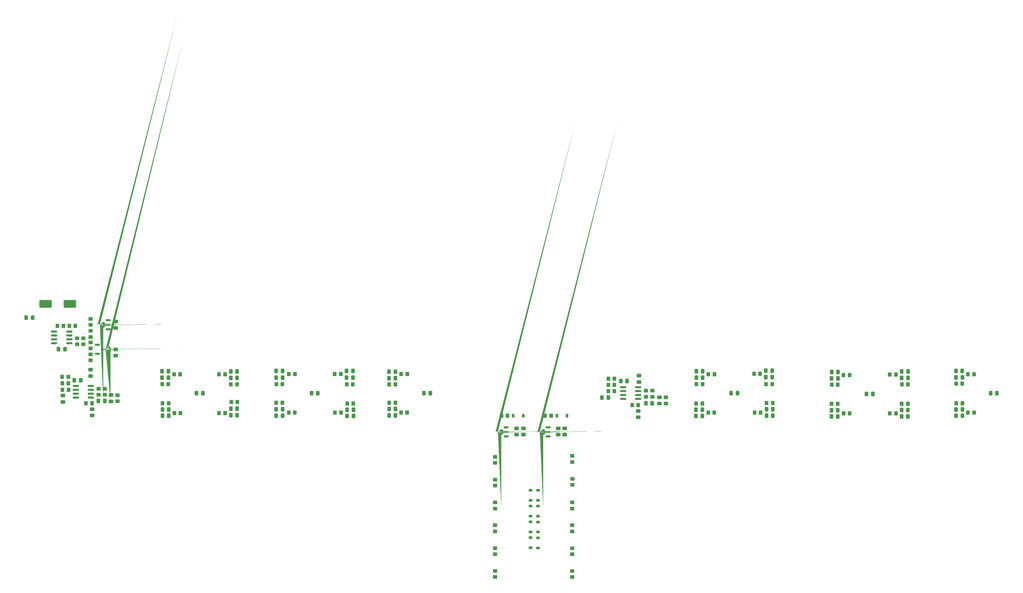
<source format=gbr>
%TF.GenerationSoftware,KiCad,Pcbnew,8.0.8*%
%TF.CreationDate,2025-02-12T06:41:47+01:00*%
%TF.ProjectId,20 Bands Equalizer,32302042-616e-4647-9320-457175616c69,rev?*%
%TF.SameCoordinates,Original*%
%TF.FileFunction,Paste,Top*%
%TF.FilePolarity,Positive*%
%FSLAX46Y46*%
G04 Gerber Fmt 4.6, Leading zero omitted, Abs format (unit mm)*
G04 Created by KiCad (PCBNEW 8.0.8) date 2025-02-12 06:41:47*
%MOMM*%
%LPD*%
G01*
G04 APERTURE LIST*
G04 Aperture macros list*
%AMRoundRect*
0 Rectangle with rounded corners*
0 $1 Rounding radius*
0 $2 $3 $4 $5 $6 $7 $8 $9 X,Y pos of 4 corners*
0 Add a 4 corners polygon primitive as box body*
4,1,4,$2,$3,$4,$5,$6,$7,$8,$9,$2,$3,0*
0 Add four circle primitives for the rounded corners*
1,1,$1+$1,$2,$3*
1,1,$1+$1,$4,$5*
1,1,$1+$1,$6,$7*
1,1,$1+$1,$8,$9*
0 Add four rect primitives between the rounded corners*
20,1,$1+$1,$2,$3,$4,$5,0*
20,1,$1+$1,$4,$5,$6,$7,0*
20,1,$1+$1,$6,$7,$8,$9,0*
20,1,$1+$1,$8,$9,$2,$3,0*%
%AMFreePoly0*
4,1,123,0.971831,0.949200,1.016256,0.946076,1.060503,0.940869,1.104445,0.933604,1.148006,0.924257,1.191059,0.912903,1.233553,0.899543,1.275362,0.884201,1.316408,0.866904,1.356617,0.847727,1.395860,0.826670,1.434087,0.803785,1.471196,0.779147,1.507112,0.752807,1.541732,0.724816,1.575032,0.695199,1.606883,0.664084,1.637262,0.631496,1.666066,0.597536,1.693244,0.562256,
1.718745,0.525730,1.742494,0.488062,1.764465,0.449301,1.784608,0.409576,1.802845,0.330277,3.500178,0.330277,3.500178,-0.329718,1.802845,-0.329718,1.784608,-0.409068,1.764465,-0.448793,1.742494,-0.487554,1.718745,-0.525222,1.693244,-0.561748,1.666066,-0.597028,1.637262,-0.630988,1.606883,-0.663576,1.575032,-0.694691,1.541732,-0.724308,1.507112,-0.752299,1.471196,-0.778639,
1.434087,-0.803277,1.395860,-0.826162,1.356617,-0.847219,1.316408,-0.866396,1.275362,-0.883693,1.233553,-0.899035,1.191059,-0.912395,1.148006,-0.923749,1.104445,-0.933096,1.060503,-0.940361,1.016256,-0.945568,0.971831,-0.948692,0.927305,-0.949759,-0.926899,-0.949759,-0.971425,-0.948692,-1.015850,-0.945568,-1.060097,-0.940361,-1.104039,-0.933096,-1.147600,-0.923749,-1.190653,-0.912395,
-1.233147,-0.899035,-1.274956,-0.883693,-1.316002,-0.866396,-1.356210,-0.847219,-1.395453,-0.826162,-1.433680,-0.803277,-1.470790,-0.778639,-1.506706,-0.752299,-1.541326,-0.724308,-1.574625,-0.694691,-1.606477,-0.663576,-1.636855,-0.630988,-1.665659,-0.597028,-1.692837,-0.561748,-1.718339,-0.525222,-1.742088,-0.487554,-1.764059,-0.448793,-1.784201,-0.409068,-1.802438,-0.368428,-1.818771,-0.327000,
-1.833122,-0.284836,-1.845491,-0.242037,-1.855829,-0.198705,-1.864135,-0.154966,-1.870384,-0.110846,-1.874549,-0.066497,-1.876632,-0.022022,-1.876632,0.022530,-1.874549,0.067005,-1.870384,0.111354,-1.864135,0.155474,-1.855829,0.199213,-1.845491,0.242545,-1.833122,0.285344,-1.818771,0.327508,-1.802438,0.368936,-1.784201,0.409576,-1.764059,0.449301,-1.742088,0.488062,-1.718339,0.525730,
-1.692837,0.562256,-1.665659,0.597536,-1.636855,0.631496,-1.606477,0.664084,-1.574625,0.695199,-1.541326,0.724816,-1.506706,0.752807,-1.470790,0.779147,-1.433680,0.803785,-1.395453,0.826670,-1.356210,0.847727,-1.316002,0.866904,-1.274956,0.884201,-1.233147,0.899543,-1.190653,0.912903,-1.147600,0.924257,-1.104039,0.933604,-1.060097,0.940869,-1.015850,0.946076,-0.971425,0.949200,
-0.926899,0.950267,0.927305,0.950267,0.971831,0.949200,0.971831,0.949200,$1*%
%AMFreePoly1*
4,1,123,0.971476,0.948895,1.015900,0.945771,1.060147,0.940564,1.104089,0.933299,1.147650,0.923952,1.190704,0.912598,1.233198,0.899238,1.275006,0.883896,1.316053,0.866599,1.356261,0.847422,1.395504,0.826365,1.433731,0.803480,1.470841,0.778842,1.506756,0.752502,1.541377,0.724511,1.574676,0.694895,1.606528,0.663780,1.636906,0.631191,1.665710,0.597231,1.692888,0.561951,
1.718390,0.525425,1.742139,0.487757,1.764110,0.448997,1.784252,0.409271,1.802489,0.368631,1.818821,0.327203,1.833172,0.285039,1.845542,0.242240,1.855880,0.198908,1.864186,0.155169,1.870434,0.111049,1.874600,0.066701,1.876683,0.022225,1.876683,-0.022327,1.874600,-0.066802,1.870434,-0.111151,1.864186,-0.155271,1.855880,-0.199009,1.845542,-0.242342,1.833172,-0.285141,
1.818821,-0.327305,1.802489,-0.368733,1.784252,-0.409373,1.764110,-0.449098,1.742139,-0.487859,1.718390,-0.525527,1.692888,-0.562052,1.665710,-0.597333,1.636906,-0.631293,1.606528,-0.663881,1.574676,-0.694996,1.541377,-0.724613,1.506756,-0.752604,1.470841,-0.778943,1.433731,-0.803581,1.395504,-0.826467,1.356261,-0.847523,1.316053,-0.866701,1.275006,-0.883998,1.233198,-0.899340,
1.190704,-0.912700,1.147650,-0.924054,1.104089,-0.933401,1.060147,-0.940665,1.015900,-0.945872,0.971476,-0.948997,0.926949,-0.950064,-0.927254,-0.950064,-0.971781,-0.948997,-1.016205,-0.945872,-1.060452,-0.940665,-1.104394,-0.933401,-1.147955,-0.924054,-1.191008,-0.912700,-1.233503,-0.899340,-1.275311,-0.883998,-1.316358,-0.866701,-1.356566,-0.847523,-1.395809,-0.826467,-1.434036,-0.803581,
-1.471146,-0.778943,-1.507061,-0.752604,-1.541681,-0.724613,-1.574981,-0.694996,-1.606833,-0.663881,-1.637211,-0.631293,-1.666015,-0.597333,-1.693193,-0.562052,-1.718694,-0.525527,-1.742443,-0.487859,-1.764415,-0.449098,-1.784557,-0.409373,-1.802794,-0.330074,-3.500127,-0.330074,-3.500127,0.329921,-1.802794,0.329921,-1.784557,0.409271,-1.764415,0.448997,-1.742443,0.487757,-1.718694,0.525425,
-1.693193,0.561951,-1.666015,0.597231,-1.637211,0.631191,-1.606833,0.663780,-1.574981,0.694895,-1.541681,0.724511,-1.507061,0.752502,-1.471146,0.778842,-1.434036,0.803480,-1.395809,0.826365,-1.356566,0.847422,-1.316358,0.866599,-1.275311,0.883896,-1.233503,0.899238,-1.191008,0.912598,-1.147955,0.923952,-1.104394,0.933299,-1.060452,0.940564,-1.016205,0.945771,-0.971781,0.948895,
-0.927254,0.949962,0.926949,0.949962,0.971476,0.948895,0.971476,0.948895,$1*%
G04 Aperture macros list end*
%ADD10RoundRect,0.250000X0.350000X0.450000X-0.350000X0.450000X-0.350000X-0.450000X0.350000X-0.450000X0*%
%ADD11RoundRect,0.225000X-0.375000X0.225000X-0.375000X-0.225000X0.375000X-0.225000X0.375000X0.225000X0*%
%ADD12RoundRect,0.250000X-0.350000X-0.450000X0.350000X-0.450000X0.350000X0.450000X-0.350000X0.450000X0*%
%ADD13RoundRect,0.250000X0.450000X-0.350000X0.450000X0.350000X-0.450000X0.350000X-0.450000X-0.350000X0*%
%ADD14RoundRect,0.250000X-0.337500X-0.475000X0.337500X-0.475000X0.337500X0.475000X-0.337500X0.475000X0*%
%ADD15RoundRect,0.250000X-0.450000X0.350000X-0.450000X-0.350000X0.450000X-0.350000X0.450000X0.350000X0*%
%ADD16RoundRect,0.225000X-0.225000X-0.375000X0.225000X-0.375000X0.225000X0.375000X-0.225000X0.375000X0*%
%ADD17RoundRect,0.250000X0.337500X0.475000X-0.337500X0.475000X-0.337500X-0.475000X0.337500X-0.475000X0*%
%ADD18RoundRect,0.250000X0.475000X-0.337500X0.475000X0.337500X-0.475000X0.337500X-0.475000X-0.337500X0*%
%ADD19R,1.575006X0.672009*%
%ADD20FreePoly0,0.000000*%
%ADD21RoundRect,0.150000X-0.825000X-0.150000X0.825000X-0.150000X0.825000X0.150000X-0.825000X0.150000X0*%
%ADD22RoundRect,0.250000X-0.475000X0.337500X-0.475000X-0.337500X0.475000X-0.337500X0.475000X0.337500X0*%
%ADD23FreePoly1,0.000000*%
%ADD24RoundRect,0.150000X0.825000X0.150000X-0.825000X0.150000X-0.825000X-0.150000X0.825000X-0.150000X0*%
%ADD25RoundRect,0.250000X1.750000X1.000000X-1.750000X1.000000X-1.750000X-1.000000X1.750000X-1.000000X0*%
G04 APERTURE END LIST*
D10*
%TO.C,R15*%
X104067500Y-72151667D03*
X102067500Y-72151667D03*
%TD*%
D11*
%TO.C,D18*%
X206470000Y-102548611D03*
X206470000Y-105848611D03*
%TD*%
D12*
%TO.C,R6*%
X83480000Y-62611667D03*
X85480000Y-62611667D03*
%TD*%
D13*
%TO.C,R38*%
X192427500Y-95876667D03*
X192427500Y-93876667D03*
%TD*%
D12*
%TO.C,R11*%
X50800000Y-62371667D03*
X52800000Y-62371667D03*
%TD*%
D14*
%TO.C,C11*%
X54762500Y-61351667D03*
X56837500Y-61351667D03*
%TD*%
D15*
%TO.C,R77*%
X55635000Y-47640000D03*
X55635000Y-49640000D03*
%TD*%
D12*
%TO.C,R10*%
X50770000Y-60271667D03*
X52770000Y-60271667D03*
%TD*%
%TO.C,R51*%
X229442500Y-60901667D03*
X231442500Y-60901667D03*
%TD*%
D11*
%TO.C,D5*%
X204000000Y-107702222D03*
X204000000Y-111002222D03*
%TD*%
D12*
%TO.C,R62*%
X302522500Y-62824167D03*
X304522500Y-62824167D03*
%TD*%
%TO.C,R47*%
X258272500Y-62641667D03*
X260272500Y-62641667D03*
%TD*%
D16*
%TO.C,D3*%
X198290000Y-72990000D03*
X201590000Y-72990000D03*
%TD*%
D14*
%TO.C,C54*%
X325425000Y-58494167D03*
X327500000Y-58494167D03*
%TD*%
D10*
%TO.C,R13*%
X108077500Y-68481667D03*
X106077500Y-68481667D03*
%TD*%
%TO.C,R69*%
X323522500Y-59514167D03*
X321522500Y-59514167D03*
%TD*%
%TO.C,R18*%
X104067500Y-59431667D03*
X102067500Y-59431667D03*
%TD*%
%TO.C,R59*%
X279122500Y-59261667D03*
X277122500Y-59261667D03*
%TD*%
D12*
%TO.C,R30*%
X161662500Y-59361667D03*
X163662500Y-59361667D03*
%TD*%
D14*
%TO.C,C64*%
X354525000Y-65606667D03*
X356600000Y-65606667D03*
%TD*%
%TO.C,C12*%
X105940000Y-72821667D03*
X108015000Y-72821667D03*
%TD*%
D11*
%TO.C,D13*%
X206470000Y-112924167D03*
X206470000Y-116224167D03*
%TD*%
D14*
%TO.C,C40*%
X233505000Y-61611667D03*
X235580000Y-61611667D03*
%TD*%
D17*
%TO.C,C53*%
X327440000Y-71114167D03*
X325365000Y-71114167D03*
%TD*%
D13*
%TO.C,R36*%
X192407500Y-110816667D03*
X192407500Y-108816667D03*
%TD*%
D17*
%TO.C,C56*%
X345230000Y-58361667D03*
X343155000Y-58361667D03*
%TD*%
D18*
%TO.C,C33*%
X215170000Y-79177500D03*
X215170000Y-77102500D03*
%TD*%
D13*
%TO.C,R19*%
X64680000Y-66151667D03*
X64680000Y-64151667D03*
%TD*%
D12*
%TO.C,R21*%
X120822500Y-62621667D03*
X122822500Y-62621667D03*
%TD*%
D14*
%TO.C,C25*%
X143825000Y-58341667D03*
X145900000Y-58341667D03*
%TD*%
%TO.C,C49*%
X302475000Y-60754167D03*
X304550000Y-60754167D03*
%TD*%
D19*
%TO.C,Q4*%
X65816439Y-44719873D03*
D20*
X63103713Y-43220254D03*
D19*
X65816439Y-41719873D03*
%TD*%
D13*
%TO.C,R44*%
X217617500Y-103356667D03*
X217617500Y-101356667D03*
%TD*%
D14*
%TO.C,C1*%
X38982500Y-40900000D03*
X41057500Y-40900000D03*
%TD*%
%TO.C,C66*%
X132345000Y-65611667D03*
X134420000Y-65611667D03*
%TD*%
D12*
%TO.C,R12*%
X87457500Y-72131667D03*
X89457500Y-72131667D03*
%TD*%
D14*
%TO.C,C30*%
X157725000Y-70791667D03*
X159800000Y-70791667D03*
%TD*%
D18*
%TO.C,C34*%
X213040000Y-79177500D03*
X213040000Y-77102500D03*
%TD*%
D14*
%TO.C,C36*%
X258235000Y-60561667D03*
X260310000Y-60561667D03*
%TD*%
D21*
%TO.C,U9*%
X234282500Y-63686667D03*
X234282500Y-64956667D03*
X234282500Y-66226667D03*
X234282500Y-67496667D03*
X239232500Y-67496667D03*
X239232500Y-66226667D03*
X239232500Y-64956667D03*
X239232500Y-63686667D03*
%TD*%
D15*
%TO.C,R4*%
X60025000Y-45205000D03*
X60025000Y-47205000D03*
%TD*%
D14*
%TO.C,C59*%
X343205000Y-70931667D03*
X345280000Y-70931667D03*
%TD*%
D17*
%TO.C,C24*%
X146060000Y-71031667D03*
X143985000Y-71031667D03*
%TD*%
D12*
%TO.C,R32*%
X161642500Y-71941667D03*
X163642500Y-71941667D03*
%TD*%
D22*
%TO.C,C43*%
X239222500Y-71431667D03*
X239222500Y-73506667D03*
%TD*%
D11*
%TO.C,D7*%
X204000000Y-102526111D03*
X204000000Y-105826111D03*
%TD*%
%TO.C,D2*%
X204000000Y-112878333D03*
X204000000Y-116178333D03*
%TD*%
D15*
%TO.C,R5*%
X60035000Y-48995000D03*
X60035000Y-50995000D03*
%TD*%
D10*
%TO.C,R16*%
X107967500Y-62731667D03*
X105967500Y-62731667D03*
%TD*%
%TO.C,R57*%
X283062500Y-62621667D03*
X281062500Y-62621667D03*
%TD*%
%TO.C,R66*%
X327402500Y-69054167D03*
X325402500Y-69054167D03*
%TD*%
D22*
%TO.C,C18*%
X66760000Y-66244167D03*
X66760000Y-68319167D03*
%TD*%
D13*
%TO.C,R46*%
X217657500Y-88126667D03*
X217657500Y-86126667D03*
%TD*%
D12*
%TO.C,R71*%
X347082500Y-59401667D03*
X349082500Y-59401667D03*
%TD*%
D17*
%TO.C,C26*%
X145900000Y-60541667D03*
X143825000Y-60541667D03*
%TD*%
D12*
%TO.C,R7*%
X87377500Y-59431667D03*
X89377500Y-59431667D03*
%TD*%
D19*
%TO.C,U1*%
X62279250Y-49780127D03*
D23*
X64991722Y-51288636D03*
D19*
X62279250Y-52780127D03*
%TD*%
D12*
%TO.C,R64*%
X302492500Y-69094167D03*
X304492500Y-69094167D03*
%TD*%
D10*
%TO.C,R28*%
X141912500Y-59331667D03*
X139912500Y-59331667D03*
%TD*%
%TO.C,R42*%
X210763750Y-73000000D03*
X208763750Y-73000000D03*
%TD*%
D17*
%TO.C,C29*%
X159800000Y-72861667D03*
X157725000Y-72861667D03*
%TD*%
D12*
%TO.C,R55*%
X237232500Y-69481667D03*
X239232500Y-69481667D03*
%TD*%
%TO.C,R70*%
X343232500Y-62501667D03*
X345232500Y-62501667D03*
%TD*%
%TO.C,R53*%
X262122500Y-71981667D03*
X264122500Y-71981667D03*
%TD*%
D14*
%TO.C,C65*%
X169120000Y-65606667D03*
X171195000Y-65606667D03*
%TD*%
D13*
%TO.C,R41*%
X217607500Y-118286667D03*
X217607500Y-116286667D03*
%TD*%
D17*
%TO.C,C35*%
X260310000Y-58451667D03*
X258235000Y-58451667D03*
%TD*%
D13*
%TO.C,R33*%
X192387500Y-125756667D03*
X192387500Y-123756667D03*
%TD*%
D17*
%TO.C,C48*%
X304580000Y-58684167D03*
X302505000Y-58684167D03*
%TD*%
D14*
%TO.C,C7*%
X83442500Y-60511667D03*
X85517500Y-60511667D03*
%TD*%
D10*
%TO.C,R26*%
X141992500Y-71921667D03*
X139992500Y-71921667D03*
%TD*%
D14*
%TO.C,C20*%
X120785000Y-60541667D03*
X122860000Y-60541667D03*
%TD*%
%TO.C,C28*%
X157715000Y-60681667D03*
X159790000Y-60681667D03*
%TD*%
D12*
%TO.C,R22*%
X124912500Y-59361667D03*
X126912500Y-59361667D03*
%TD*%
%TO.C,R52*%
X229442500Y-62911667D03*
X231442500Y-62911667D03*
%TD*%
D15*
%TO.C,R61*%
X248272500Y-66981667D03*
X248272500Y-68981667D03*
%TD*%
D10*
%TO.C,R25*%
X146022500Y-68981667D03*
X144022500Y-68981667D03*
%TD*%
D12*
%TO.C,R50*%
X258182500Y-68971667D03*
X260182500Y-68971667D03*
%TD*%
%TO.C,R65*%
X306402500Y-72244167D03*
X308402500Y-72244167D03*
%TD*%
D13*
%TO.C,R43*%
X217607500Y-110816667D03*
X217607500Y-108816667D03*
%TD*%
D10*
%TO.C,R56*%
X279292500Y-71951667D03*
X277292500Y-71951667D03*
%TD*%
D15*
%TO.C,R3*%
X60045000Y-41285000D03*
X60045000Y-43285000D03*
%TD*%
%TO.C,R20*%
X68850000Y-66261667D03*
X68850000Y-68261667D03*
%TD*%
D13*
%TO.C,R17*%
X62680000Y-66141667D03*
X62680000Y-64141667D03*
%TD*%
D12*
%TO.C,R24*%
X124872500Y-71921667D03*
X126872500Y-71921667D03*
%TD*%
D11*
%TO.C,D16*%
X206470000Y-107736388D03*
X206470000Y-111036388D03*
%TD*%
D12*
%TO.C,R63*%
X306372500Y-59664167D03*
X308372500Y-59664167D03*
%TD*%
D14*
%TO.C,C23*%
X143985000Y-73101667D03*
X146060000Y-73101667D03*
%TD*%
D12*
%TO.C,R23*%
X120802500Y-68751667D03*
X122802500Y-68751667D03*
%TD*%
D21*
%TO.C,U8*%
X55225000Y-63236667D03*
X55225000Y-64506667D03*
X55225000Y-65776667D03*
X55225000Y-67046667D03*
X60175000Y-67046667D03*
X60175000Y-65776667D03*
X60175000Y-64506667D03*
X60175000Y-63236667D03*
%TD*%
D11*
%TO.C,D9*%
X204000000Y-97350000D03*
X204000000Y-100650000D03*
%TD*%
D13*
%TO.C,R40*%
X217617500Y-125756667D03*
X217617500Y-123756667D03*
%TD*%
D17*
%TO.C,C45*%
X283060000Y-60321667D03*
X280985000Y-60321667D03*
%TD*%
%TO.C,C13*%
X108015000Y-70691667D03*
X105940000Y-70691667D03*
%TD*%
D13*
%TO.C,R60*%
X243862500Y-66771667D03*
X243862500Y-64771667D03*
%TD*%
D17*
%TO.C,C55*%
X327500000Y-60614167D03*
X325425000Y-60614167D03*
%TD*%
D14*
%TO.C,C14*%
X49575000Y-51260000D03*
X51650000Y-51260000D03*
%TD*%
D22*
%TO.C,C4*%
X68240000Y-42192500D03*
X68240000Y-44267500D03*
%TD*%
D14*
%TO.C,C46*%
X241715000Y-68911667D03*
X243790000Y-68911667D03*
%TD*%
%TO.C,C15*%
X105930000Y-58541667D03*
X108005000Y-58541667D03*
%TD*%
D17*
%TO.C,C58*%
X345280000Y-73001667D03*
X343205000Y-73001667D03*
%TD*%
D14*
%TO.C,C17*%
X62602500Y-68161667D03*
X64677500Y-68161667D03*
%TD*%
%TO.C,C52*%
X325365000Y-73194167D03*
X327440000Y-73194167D03*
%TD*%
%TO.C,C39*%
X258135000Y-71001667D03*
X260210000Y-71001667D03*
%TD*%
D12*
%TO.C,R73*%
X347092500Y-71971667D03*
X349092500Y-71971667D03*
%TD*%
D13*
%TO.C,R34*%
X192377500Y-118286667D03*
X192377500Y-116286667D03*
%TD*%
D17*
%TO.C,C27*%
X159792500Y-58571667D03*
X157717500Y-58571667D03*
%TD*%
D22*
%TO.C,C5*%
X68255000Y-51277500D03*
X68255000Y-53352500D03*
%TD*%
D18*
%TO.C,C31*%
X201670000Y-79197500D03*
X201670000Y-77122500D03*
%TD*%
D17*
%TO.C,C38*%
X260210000Y-73091667D03*
X258135000Y-73091667D03*
%TD*%
%TO.C,C42*%
X283260000Y-70891667D03*
X281185000Y-70891667D03*
%TD*%
D14*
%TO.C,C22*%
X120765000Y-70861667D03*
X122840000Y-70861667D03*
%TD*%
D18*
%TO.C,C32*%
X199460000Y-79197500D03*
X199460000Y-77122500D03*
%TD*%
D13*
%TO.C,R37*%
X192397500Y-103346667D03*
X192397500Y-101346667D03*
%TD*%
D14*
%TO.C,C60*%
X94700000Y-65641667D03*
X96775000Y-65641667D03*
%TD*%
D24*
%TO.C,U11*%
X53080000Y-49270000D03*
X53080000Y-48000000D03*
X53080000Y-46730000D03*
X53080000Y-45460000D03*
X48130000Y-45460000D03*
X48130000Y-46730000D03*
X48130000Y-48000000D03*
X48130000Y-49270000D03*
%TD*%
D25*
%TO.C,C2*%
X53300000Y-36390000D03*
X45300000Y-36390000D03*
%TD*%
D17*
%TO.C,C19*%
X122860000Y-58371667D03*
X120785000Y-58371667D03*
%TD*%
D22*
%TO.C,C47*%
X246122500Y-66964167D03*
X246122500Y-69039167D03*
%TD*%
D18*
%TO.C,C68*%
X60540000Y-72919167D03*
X60540000Y-70844167D03*
%TD*%
D12*
%TO.C,R9*%
X83597500Y-68931667D03*
X85597500Y-68931667D03*
%TD*%
D10*
%TO.C,R54*%
X283222500Y-68821667D03*
X281222500Y-68821667D03*
%TD*%
%TO.C,R35*%
X196467500Y-73000000D03*
X194467500Y-73000000D03*
%TD*%
D12*
%TO.C,R72*%
X343272500Y-68891667D03*
X345272500Y-68891667D03*
%TD*%
D14*
%TO.C,C37*%
X227375000Y-67071667D03*
X229450000Y-67071667D03*
%TD*%
D13*
%TO.C,R39*%
X192427500Y-88406667D03*
X192427500Y-86406667D03*
%TD*%
D10*
%TO.C,R67*%
X323512500Y-72214167D03*
X321512500Y-72214167D03*
%TD*%
D12*
%TO.C,R31*%
X157772500Y-68761667D03*
X159772500Y-68761667D03*
%TD*%
%TO.C,R8*%
X50830000Y-64481667D03*
X52830000Y-64481667D03*
%TD*%
%TO.C,R14*%
X58540000Y-68891667D03*
X60540000Y-68891667D03*
%TD*%
D14*
%TO.C,C51*%
X302455000Y-71204167D03*
X304530000Y-71204167D03*
%TD*%
%TO.C,C62*%
X313925000Y-65879167D03*
X316000000Y-65879167D03*
%TD*%
D19*
%TO.C,Q1*%
X196000000Y-79779950D03*
D20*
X193287274Y-78280331D03*
D19*
X196000000Y-76779950D03*
%TD*%
D17*
%TO.C,C16*%
X108005000Y-60641667D03*
X105930000Y-60641667D03*
%TD*%
D18*
%TO.C,C63*%
X60100000Y-59990000D03*
X60100000Y-57915000D03*
%TD*%
D13*
%TO.C,R45*%
X217677500Y-95616667D03*
X217677500Y-93616667D03*
%TD*%
D17*
%TO.C,C21*%
X122840000Y-72941667D03*
X120765000Y-72941667D03*
%TD*%
D12*
%TO.C,R29*%
X157762500Y-62741667D03*
X159762500Y-62741667D03*
%TD*%
D13*
%TO.C,R78*%
X57695000Y-49640000D03*
X57695000Y-47640000D03*
%TD*%
D14*
%TO.C,C41*%
X281185000Y-72971667D03*
X283260000Y-72971667D03*
%TD*%
D10*
%TO.C,R27*%
X145862500Y-62701667D03*
X143862500Y-62701667D03*
%TD*%
D11*
%TO.C,D20*%
X206470000Y-97360834D03*
X206470000Y-100660834D03*
%TD*%
D17*
%TO.C,C6*%
X85517500Y-58391667D03*
X83442500Y-58391667D03*
%TD*%
D18*
%TO.C,C8*%
X50960000Y-68489167D03*
X50960000Y-66414167D03*
%TD*%
D17*
%TO.C,C9*%
X85635000Y-73011667D03*
X83560000Y-73011667D03*
%TD*%
D10*
%TO.C,R68*%
X327462500Y-62714167D03*
X325462500Y-62714167D03*
%TD*%
D12*
%TO.C,R48*%
X262152500Y-59411667D03*
X264152500Y-59411667D03*
%TD*%
D15*
%TO.C,R74*%
X60035000Y-52875000D03*
X60035000Y-54875000D03*
%TD*%
D10*
%TO.C,R76*%
X51210000Y-43570000D03*
X49210000Y-43570000D03*
%TD*%
D14*
%TO.C,C10*%
X83560000Y-70981667D03*
X85635000Y-70981667D03*
%TD*%
D10*
%TO.C,R75*%
X55085000Y-43580000D03*
X53085000Y-43580000D03*
%TD*%
D14*
%TO.C,C44*%
X280985000Y-58241667D03*
X283060000Y-58241667D03*
%TD*%
D19*
%TO.C,Q2*%
X209710928Y-79779950D03*
D20*
X206998202Y-78280331D03*
D19*
X209710928Y-76779950D03*
%TD*%
D13*
%TO.C,R58*%
X241782500Y-66781667D03*
X241782500Y-64781667D03*
%TD*%
D12*
%TO.C,R49*%
X229442500Y-64961667D03*
X231442500Y-64961667D03*
%TD*%
D17*
%TO.C,C50*%
X304530000Y-73274167D03*
X302455000Y-73274167D03*
%TD*%
D14*
%TO.C,C61*%
X269635000Y-65606667D03*
X271710000Y-65606667D03*
%TD*%
D16*
%TO.C,D14*%
X212640000Y-73000000D03*
X215940000Y-73000000D03*
%TD*%
D18*
%TO.C,C67*%
X239452500Y-61939167D03*
X239452500Y-59864167D03*
%TD*%
D14*
%TO.C,C57*%
X343185000Y-60451667D03*
X345260000Y-60451667D03*
%TD*%
M02*

</source>
